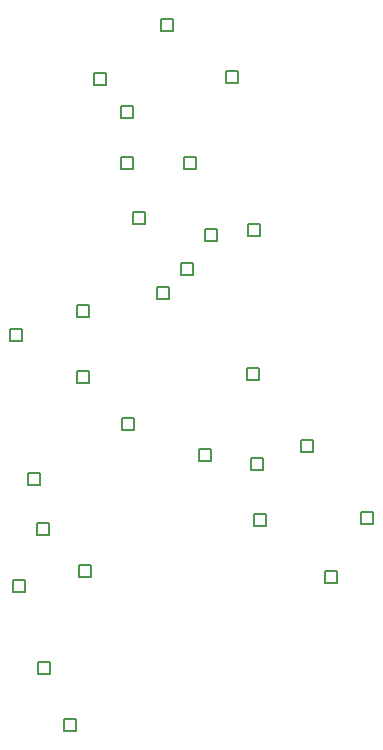
<source format=gbr>
%TF.GenerationSoftware,Altium Limited,Altium Designer,21.2.1 (34)*%
G04 Layer_Color=2752767*
%FSLAX25Y25*%
%MOIN*%
%TF.SameCoordinates,D4E26BF7-8A77-4173-AB59-83025396DDF1*%
%TF.FilePolarity,Positive*%
%TF.FileFunction,Drawing*%
%TF.Part,Single*%
G01*
G75*
%TA.AperFunction,NonConductor*%
%ADD19C,0.00500*%
D19*
X131500Y236500D02*
Y240500D01*
X135500D01*
Y236500D01*
X131500D01*
X189500Y294000D02*
Y298000D01*
X193500D01*
Y294000D01*
X189500D01*
X196500Y270000D02*
Y274000D01*
X200500D01*
Y270000D01*
X196500D01*
X212000Y193500D02*
Y197500D01*
X216000D01*
Y193500D01*
X212000D01*
X140500Y172000D02*
Y176000D01*
X144500D01*
Y172000D01*
X140500D01*
X141000Y125500D02*
Y129500D01*
X145000D01*
Y125500D01*
X141000D01*
X213000Y175000D02*
Y179000D01*
X217000D01*
Y175000D01*
X213000D01*
X137500Y188500D02*
Y192500D01*
X141500D01*
Y188500D01*
X137500D01*
X132500Y153000D02*
Y157000D01*
X136500D01*
Y153000D01*
X132500D01*
X180500Y250500D02*
Y254500D01*
X184500D01*
Y250500D01*
X180500D01*
X188500Y258500D02*
Y262500D01*
X192500D01*
Y258500D01*
X188500D01*
X172500Y275500D02*
Y279500D01*
X176500D01*
Y275500D01*
X172500D01*
X203500Y322500D02*
Y326500D01*
X207500D01*
Y322500D01*
X203500D01*
X159500Y322000D02*
Y326000D01*
X163500D01*
Y322000D01*
X159500D01*
X182000Y340000D02*
Y344000D01*
X186000D01*
Y340000D01*
X182000D01*
X194500Y196500D02*
Y200500D01*
X198500D01*
Y196500D01*
X194500D01*
X169000Y207000D02*
Y211000D01*
X173000D01*
Y207000D01*
X169000D01*
X210500Y223500D02*
Y227500D01*
X214500D01*
Y223500D01*
X210500D01*
X228500Y199500D02*
Y203500D01*
X232500D01*
Y199500D01*
X228500D01*
X149500Y106500D02*
Y110500D01*
X153500D01*
Y106500D01*
X149500D01*
X248500Y175500D02*
Y179500D01*
X252500D01*
Y175500D01*
X248500D01*
X236500Y156000D02*
Y160000D01*
X240500D01*
Y156000D01*
X236500D01*
X154500Y158000D02*
Y162000D01*
X158500D01*
Y158000D01*
X154500D01*
X154000Y222500D02*
Y226500D01*
X158000D01*
Y222500D01*
X154000D01*
Y244500D02*
Y248500D01*
X158000D01*
Y244500D01*
X154000D01*
X211000Y271500D02*
Y275500D01*
X215000D01*
Y271500D01*
X211000D01*
X168500Y294000D02*
Y298000D01*
X172500D01*
Y294000D01*
X168500D01*
Y311000D02*
Y315000D01*
X172500D01*
Y311000D01*
X168500D01*
%TF.MD5,1ee462908b226dff0d4ce335d91dc9fb*%
M02*

</source>
